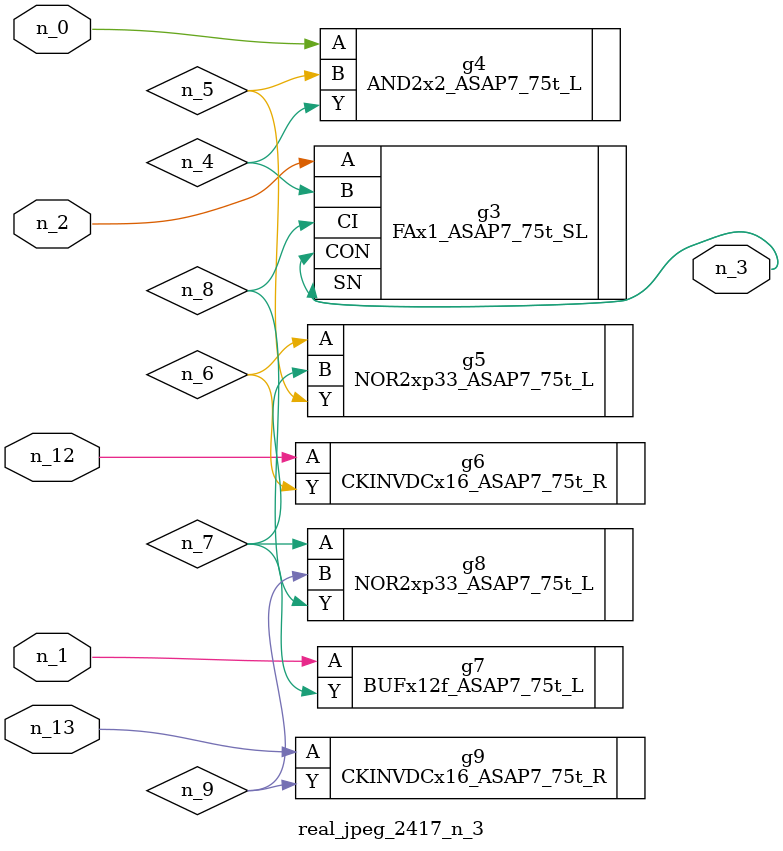
<source format=v>
module real_jpeg_2417_n_3 (n_12, n_0, n_1, n_2, n_13, n_3);

input n_12;
input n_0;
input n_1;
input n_2;
input n_13;

output n_3;

wire n_5;
wire n_4;
wire n_8;
wire n_6;
wire n_7;
wire n_9;

AND2x2_ASAP7_75t_L g4 ( 
.A(n_0),
.B(n_5),
.Y(n_4)
);

BUFx12f_ASAP7_75t_L g7 ( 
.A(n_1),
.Y(n_7)
);

FAx1_ASAP7_75t_SL g3 ( 
.A(n_2),
.B(n_4),
.CI(n_8),
.CON(n_3),
.SN(n_3)
);

NOR2xp33_ASAP7_75t_L g5 ( 
.A(n_6),
.B(n_7),
.Y(n_5)
);

NOR2xp33_ASAP7_75t_L g8 ( 
.A(n_7),
.B(n_9),
.Y(n_8)
);

CKINVDCx16_ASAP7_75t_R g6 ( 
.A(n_12),
.Y(n_6)
);

CKINVDCx16_ASAP7_75t_R g9 ( 
.A(n_13),
.Y(n_9)
);


endmodule
</source>
